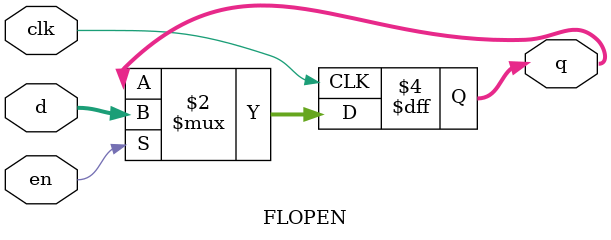
<source format=v>
module FLOPEN #(parameter WIDTH=32) (
    input clk,
    input en,

    input [WIDTH-1:0] d,
    output reg [WIDTH-1:0] q
);
    always @(posedge clk) begin
        if (en) q <= d;
    end
endmodule
</source>
